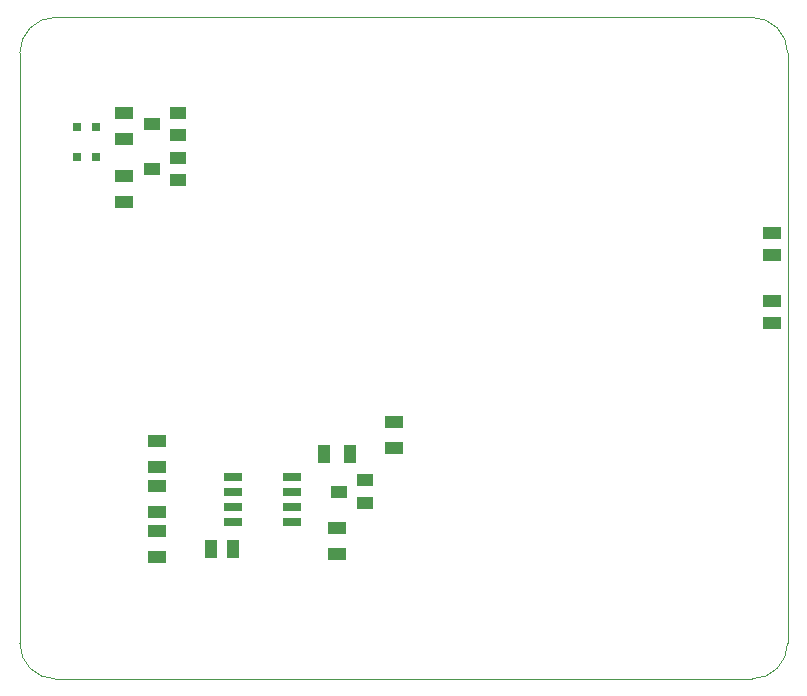
<source format=gbr>
G04 #@! TF.FileFunction,Paste,Top*
%FSLAX46Y46*%
G04 Gerber Fmt 4.6, Leading zero omitted, Abs format (unit mm)*
G04 Created by KiCad (PCBNEW 4.0.2-stable) date 9/14/2021 9:27:19 PM*
%MOMM*%
G01*
G04 APERTURE LIST*
%ADD10C,0.100000*%
%ADD11R,0.800000X0.800000*%
%ADD12R,1.500000X1.000000*%
%ADD13R,1.000000X1.500000*%
%ADD14R,1.505000X0.802000*%
%ADD15R,1.400000X1.000000*%
G04 APERTURE END LIST*
D10*
X78546356Y-63817611D02*
X78546356Y-113817611D01*
X78546356Y-63817611D02*
G75*
G02X81546356Y-60817611I3000000J0D01*
G01*
X140546356Y-60817611D02*
X81546356Y-60817611D01*
X140546356Y-60817611D02*
G75*
G02X143546356Y-63817611I0J-3000000D01*
G01*
X143546356Y-113817611D02*
X143546356Y-63817611D01*
X81546356Y-116817611D02*
G75*
G02X78546356Y-113817611I0J3000000D01*
G01*
X81546356Y-116817611D02*
X140546356Y-116817611D01*
X143546351Y-113822847D02*
G75*
G02X140546356Y-116817611I-2999995J5236D01*
G01*
D11*
X83376000Y-72644000D03*
X85026000Y-72644000D03*
X83376000Y-70104000D03*
X85026000Y-70104000D03*
D12*
X142240000Y-79085000D03*
X142240000Y-80935000D03*
D13*
X94706000Y-105791000D03*
X96556000Y-105791000D03*
D12*
X142240000Y-86650000D03*
X142240000Y-84800000D03*
X90182500Y-106510000D03*
X90182500Y-104310000D03*
X110248500Y-97239000D03*
X110248500Y-95039000D03*
X105410000Y-106238400D03*
X105410000Y-104038400D03*
X90157500Y-96690000D03*
X90157500Y-98890000D03*
D13*
X106510000Y-97777500D03*
X104310000Y-97777500D03*
D12*
X90182500Y-102700000D03*
X90182500Y-100500000D03*
X87350600Y-74218800D03*
X87350600Y-76418800D03*
X87363500Y-68877000D03*
X87363500Y-71077000D03*
D14*
X101557500Y-103505000D03*
X101557500Y-102235000D03*
X101557500Y-100965000D03*
X101557500Y-99695000D03*
X96562500Y-99695000D03*
X96562500Y-100965000D03*
X96562500Y-102235000D03*
X96562500Y-103505000D03*
D15*
X107780000Y-101915000D03*
X107780000Y-100015000D03*
X105580000Y-100965000D03*
X91905000Y-74610000D03*
X91905000Y-72710000D03*
X89705000Y-73660000D03*
X91905000Y-70800000D03*
X91905000Y-68900000D03*
X89705000Y-69850000D03*
M02*

</source>
